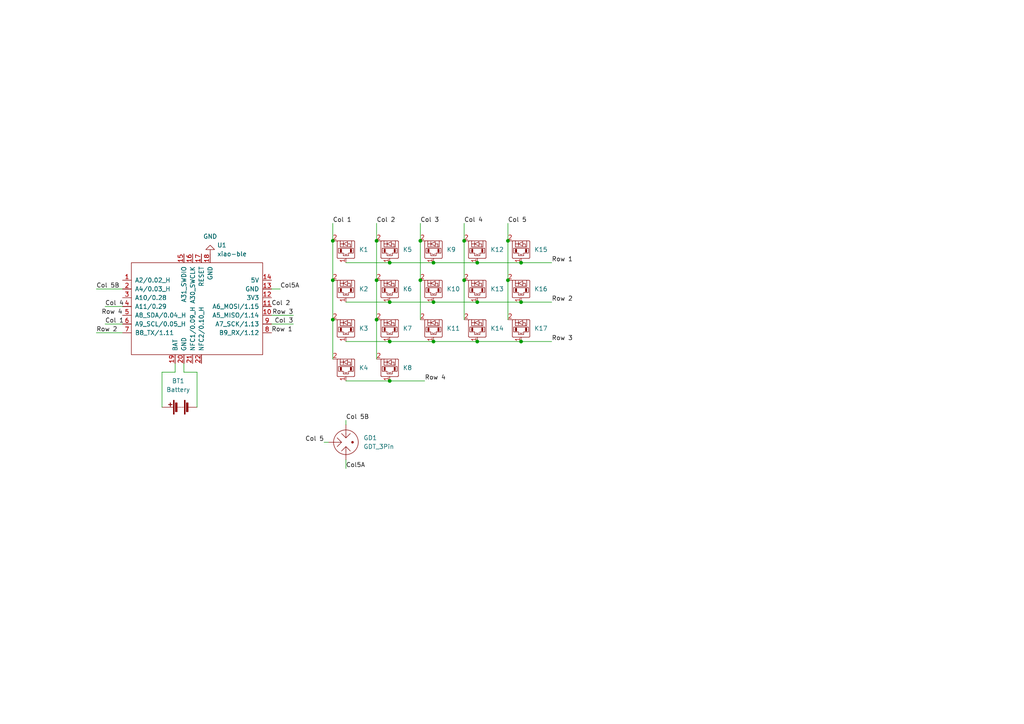
<source format=kicad_sch>
(kicad_sch (version 20211123) (generator eeschema)
  (paper "A4")
  (lib_symbols
    (symbol "Device:Battery" (pin_numbers hide) (pin_names (offset 0) hide)
      (property "Reference" "BT" (at 2.54 2.54 0))
      (property "Value" "Battery" (at 2.54 0 0))
      (symbol "Battery_0_1"
        (rectangle (start -2.032 -1.397) (end 2.032 -1.651) (fill (type outline)))
        (rectangle (start -2.032 1.778) (end 2.032 1.524) (fill (type outline)))
        (rectangle (start -1.3208 -1.9812) (end 1.27 -2.4892) (fill (type outline)))
        (rectangle (start -1.3208 1.1938) (end 1.27 0.6858) (fill (type outline)))
        (polyline (pts (xy 0 -1.524) (xy 0 -1.27)))
        (polyline (pts (xy 0 -1.016) (xy 0 -0.762)))
        (polyline (pts (xy 0 -0.508) (xy 0 -0.254)))
        (polyline (pts (xy 0 0) (xy 0 0.254)))
        (polyline (pts (xy 0 0.508) (xy 0 0.762)))
        (polyline (pts (xy 0 1.778) (xy 0 2.54)))
        (polyline (pts (xy 0.254 2.667) (xy 1.27 2.667)) (stroke (width 0.254)))
        (polyline (pts (xy 0.762 3.175) (xy 0.762 2.159)) (stroke (width 0.254)))
      )
      (symbol "Battery_1_1"
        (pin passive line (at 0 5.08 270) (length 2.54) (name "+") (number "1"))
        (pin passive line (at 0 -5.08 90) (length 2.54) (name "-") (number "2"))
      )
    )
    (symbol "Device:GDT_3Pin" (pin_numbers hide)
      (property "Reference" "GD" (at 5.08 0 90))
      (property "Value" "GDT_3Pin" (at 7.62 0 90))
      (symbol "GDT_3Pin_0_1"
        (polyline (pts (xy -2.54 0) (xy -1.27 0)))
        (polyline (pts (xy 0 -2.54) (xy 0 -1.27)))
        (polyline (pts (xy 0 -1.27) (xy -1.27 -2.54)))
        (polyline (pts (xy 0 -1.27) (xy 1.27 -2.54)))
        (polyline (pts (xy 0 1.27) (xy -1.27 2.54)))
        (polyline (pts (xy 0 1.27) (xy 1.27 2.54)))
        (polyline (pts (xy 0 2.54) (xy 0 1.27)))
        (polyline (pts (xy -2.54 1.27) (xy -1.27 0) (xy -2.54 -1.27)))
        (circle (center 0 0) (radius 3.5814))
        (circle (center 1.905 0) (radius 0.127))
        (circle (center 1.905 0) (radius 0.127))
        (circle (center 1.905 0) (radius 0.2794))
        (circle (center 2.032 0) (radius 0.127))
      )
      (symbol "GDT_3Pin_1_1"
        (pin passive line (at 0 -5.08 90) (length 2.54) (name "~") (number "1"))
        (pin passive line (at -5.08 0 0) (length 2.54) (name "~") (number "2"))
        (pin passive line (at 0 5.08 270) (length 2.54) (name "~") (number "3"))
      )
    )
    (symbol "kleeb-mcu:xiao-ble" (pin_names (offset 1.016))
      (property "Reference" "U" (at -17.78 16.51 0))
      (property "Value" "xiao-ble" (at -15.24 13.97 0))
      (symbol "xiao-ble_0_1"
        (rectangle (start -19.05 12.7) (end 19.05 -13.97))
      )
      (symbol "xiao-ble_1_1"
        (pin bidirectional line (at -21.59 7.62 0) (length 2.54) (name "A2/0.02_H") (number "1"))
        (pin bidirectional line (at 21.59 -2.54 180) (length 2.54) (name "A5_MISO/1.14") (number "10"))
        (pin bidirectional line (at 21.59 0 180) (length 2.54) (name "A6_MOSI/1.15") (number "11"))
        (pin power_out line (at 21.59 2.54 180) (length 2.54) (name "3V3") (number "12"))
        (pin power_out line (at 21.59 5.08 180) (length 2.54) (name "GND") (number "13"))
        (pin power_out line (at 21.59 7.62 180) (length 2.54) (name "5V") (number "14"))
        (pin input line (at -3.81 15.24 270) (length 2.54) (name "A31_SWDIO") (number "15"))
        (pin input line (at -1.27 15.24 270) (length 2.54) (name "A30_SWCLK") (number "16"))
        (pin input line (at 1.27 15.24 270) (length 2.54) (name "RESET") (number "17"))
        (pin power_out line (at 3.81 15.24 270) (length 2.54) (name "GND") (number "18"))
        (pin bidirectional line (at -6.35 -16.51 90) (length 2.54) (name "BAT") (number "19"))
        (pin bidirectional line (at -21.59 5.08 0) (length 2.54) (name "A4/0.03_H") (number "2"))
        (pin power_out line (at -3.81 -16.51 90) (length 2.54) (name "GND") (number "20"))
        (pin bidirectional line (at -1.27 -16.51 90) (length 2.54) (name "NFC1/0.09_H") (number "21"))
        (pin bidirectional line (at 1.27 -16.51 90) (length 2.54) (name "NFC2/0.10_H") (number "22"))
        (pin bidirectional line (at -21.59 2.54 0) (length 2.54) (name "A10/0.28") (number "3"))
        (pin bidirectional line (at -21.59 0 0) (length 2.54) (name "A11/0.29") (number "4"))
        (pin bidirectional line (at -21.59 -2.54 0) (length 2.54) (name "A8_SDA/0.04_H") (number "5"))
        (pin bidirectional line (at -21.59 -5.08 0) (length 2.54) (name "A9_SCL/0.05_H") (number "6"))
        (pin bidirectional line (at -21.59 -7.62 0) (length 2.54) (name "B8_TX/1.11") (number "7"))
        (pin bidirectional line (at 21.59 -7.62 180) (length 2.54) (name "B9_RX/1.12") (number "8"))
        (pin bidirectional line (at 21.59 -5.08 180) (length 2.54) (name "A7_SCK/1.13") (number "9"))
      )
    )
    (symbol "kleeb-switch:diode-choc" (pin_names (offset 1.016))
      (property "Reference" "K" (at 0 3.81 0))
      (symbol "diode-choc_0_1"
        (arc (start -2.54 -2.286) (mid -2.4656 -2.4656) (end -2.286 -2.54))
        (arc (start -2.286 2.54) (mid -2.4656 2.4656) (end -2.54 2.286))
        (rectangle (start -1.651 0.127) (end -1.27 -0.762) (fill (type outline)))
        (arc (start -0.381 -1.27) (mid 0 -1.4739) (end 0.381 -1.27))
        (polyline (pts (xy -2.54 2.286) (xy -2.54 -2.286)))
        (polyline (pts (xy -2.286 -2.54) (xy 2.286 -2.54)))
        (polyline (pts (xy -2.286 2.54) (xy 2.286 2.54)))
        (polyline (pts (xy -1.651 1.651) (xy -0.762 1.651)))
        (polyline (pts (xy -0.762 2.286) (xy -0.762 1.016)))
        (polyline (pts (xy 2.54 -2.286) (xy 2.54 2.286)))
        (polyline (pts (xy 0.508 1.651) (xy 1.27 1.651) (xy 1.27 0.762)))
        (polyline (pts (xy -1.651 2.54) (xy -1.651 0.762) (xy 1.651 0.762) (xy 1.651 2.54)))
        (polyline (pts (xy -0.762 1.651) (xy 0.508 2.286) (xy 0.508 1.016) (xy -0.762 1.651)))
        (polyline (pts (xy -2.159 0.381) (xy -2.159 -1.016) (xy -0.762 -1.016) (xy -0.762 -1.778) (xy 0.762 -1.778) (xy 0.762 -1.016) (xy 2.159 -1.016) (xy 2.159 0.381) (xy -2.159 0.381)))
        (arc (start 2.286 -2.54) (mid 2.4656 -2.4656) (end 2.54 -2.286))
        (arc (start 2.54 2.286) (mid 2.4656 2.4656) (end 2.286 2.54))
      )
      (symbol "diode-choc_1_1"
        (rectangle (start 1.27 0.127) (end 1.651 -0.762) (fill (type outline)))
        (pin input line (at 0 -3.81 90) (length 1.27) (name "~") (number "1"))
        (pin output line (at -3.81 2.54 0) (length 1.27) (name "~") (number "2"))
      )
    )
    (symbol "power:GND" (power) (pin_names (offset 0))
      (property "Value" "GND" (at 0 -3.81 0))
      (symbol "GND_0_1"
        (polyline (pts (xy 0 0) (xy 0 -1.27) (xy 1.27 -1.27) (xy 0 -2.54) (xy -1.27 -1.27) (xy 0 -1.27)))
      )
      (symbol "GND_1_1"
        (pin power_in line (at 0 0 270) (length 0) hide (name "GND") (number "1"))
      )
    )
  )
  (junction (at 151.13 99.06))
  (junction (at 125.73 76.2))
  (junction (at 138.43 99.06))
  (junction (at 109.22 92.71))
  (junction (at 134.62 81.28))
  (junction (at 125.73 99.06))
  (junction (at 151.13 76.2))
  (junction (at 96.52 69.85))
  (junction (at 109.22 69.85))
  (junction (at 147.32 81.28))
  (junction (at 121.92 81.28))
  (junction (at 151.13 87.63))
  (junction (at 138.43 76.2))
  (junction (at 147.32 69.85))
  (junction (at 96.52 92.71))
  (junction (at 125.73 87.63))
  (junction (at 134.62 69.85))
  (junction (at 113.03 99.06))
  (junction (at 121.92 69.85))
  (junction (at 113.03 110.49))
  (junction (at 96.52 81.28))
  (junction (at 138.43 87.63))
  (junction (at 109.22 81.28))
  (junction (at 113.03 76.2))
  (junction (at 113.03 87.63))
  (wire (pts (xy 147.32 81.28) (xy 147.32 92.71)))
  (wire (pts (xy 27.94 96.52) (xy 35.56 96.52)))
  (wire (pts (xy 151.13 87.63) (xy 160.02 87.63)))
  (wire (pts (xy 50.8 105.41) (xy 50.8 107.95)))
  (wire (pts (xy 121.92 81.28) (xy 121.92 92.71)))
  (wire (pts (xy 57.15 107.95) (xy 57.15 118.11)))
  (wire (pts (xy 121.92 69.85) (xy 121.92 81.28)))
  (wire (pts (xy 96.52 69.85) (xy 96.52 81.28)))
  (wire (pts (xy 113.03 87.63) (xy 125.73 87.63)))
  (wire (pts (xy 147.32 64.77) (xy 147.32 69.85)))
  (wire (pts (xy 125.73 87.63) (xy 138.43 87.63)))
  (wire (pts (xy 96.52 81.28) (xy 96.52 92.71)))
  (wire (pts (xy 109.22 64.77) (xy 109.22 69.85)))
  (wire (pts (xy 151.13 76.2) (xy 160.02 76.2)))
  (wire (pts (xy 138.43 76.2) (xy 151.13 76.2)))
  (wire (pts (xy 134.62 64.77) (xy 134.62 69.85)))
  (wire (pts (xy 30.48 93.98) (xy 35.56 93.98)))
  (wire (pts (xy 134.62 81.28) (xy 134.62 92.71)))
  (wire (pts (xy 96.52 92.71) (xy 96.52 104.14)))
  (wire (pts (xy 113.03 110.49) (xy 123.19 110.49)))
  (wire (pts (xy 100.33 135.89) (xy 100.33 133.35)))
  (wire (pts (xy 100.33 121.92) (xy 100.33 123.19)))
  (wire (pts (xy 109.22 69.85) (xy 109.22 81.28)))
  (wire (pts (xy 113.03 99.06) (xy 125.73 99.06)))
  (wire (pts (xy 50.8 107.95) (xy 46.99 107.95)))
  (wire (pts (xy 53.34 107.95) (xy 57.15 107.95)))
  (wire (pts (xy 93.98 128.27) (xy 95.25 128.27)))
  (wire (pts (xy 81.28 83.82) (xy 78.74 83.82)))
  (wire (pts (xy 138.43 87.63) (xy 151.13 87.63)))
  (wire (pts (xy 125.73 76.2) (xy 138.43 76.2)))
  (wire (pts (xy 113.03 76.2) (xy 125.73 76.2)))
  (wire (pts (xy 30.48 88.9) (xy 35.56 88.9)))
  (wire (pts (xy 138.43 99.06) (xy 151.13 99.06)))
  (wire (pts (xy 46.99 107.95) (xy 46.99 118.11)))
  (wire (pts (xy 147.32 69.85) (xy 147.32 81.28)))
  (wire (pts (xy 100.33 76.2) (xy 113.03 76.2)))
  (wire (pts (xy 151.13 99.06) (xy 160.02 99.06)))
  (wire (pts (xy 100.33 110.49) (xy 113.03 110.49)))
  (wire (pts (xy 85.09 93.98) (xy 78.74 93.98)))
  (wire (pts (xy 134.62 69.85) (xy 134.62 81.28)))
  (wire (pts (xy 85.09 91.44) (xy 78.74 91.44)))
  (wire (pts (xy 53.34 105.41) (xy 53.34 107.95)))
  (wire (pts (xy 121.92 64.77) (xy 121.92 69.85)))
  (wire (pts (xy 100.33 87.63) (xy 113.03 87.63)))
  (wire (pts (xy 27.94 83.82) (xy 35.56 83.82)))
  (wire (pts (xy 109.22 92.71) (xy 109.22 104.14)))
  (wire (pts (xy 125.73 99.06) (xy 138.43 99.06)))
  (wire (pts (xy 100.33 99.06) (xy 113.03 99.06)))
  (wire (pts (xy 109.22 81.28) (xy 109.22 92.71)))
  (wire (pts (xy 96.52 64.77) (xy 96.52 69.85)))
  (label "Col 1" (at 30.48 93.98 0))
  (label "Col 2" (at 78.74 88.9 0))
  (label "Row 1" (at 78.74 96.52 0))
  (label "Row 4" (at 35.56 91.44 180))
  (label "Row 3" (at 85.09 91.44 180))
  (label "Row 4" (at 123.19 110.49 0))
  (label "Col 1" (at 96.52 64.77 0))
  (label "Col 5B" (at 100.33 121.92 0))
  (label "Col 5B" (at 27.94 83.82 0))
  (label "Col5A" (at 100.33 135.89 0))
  (label "Col 5" (at 147.32 64.77 0))
  (label "Col 3" (at 85.09 93.98 180))
  (label "Col 2" (at 109.22 64.77 0))
  (label "Row 2" (at 160.02 87.63 0))
  (label "Col 5" (at 93.98 128.27 180))
  (label "Col 3" (at 121.92 64.77 0))
  (label "Row 1" (at 160.02 76.2 0))
  (label "Col 4" (at 30.48 88.9 0))
  (label "Row 3" (at 160.02 99.06 0))
  (label "Col5A" (at 81.28 83.82 0))
  (label "Col 4" (at 134.62 64.77 0))
  (label "Row 2" (at 27.94 96.52 0))
  (symbol (lib_id "kleeb-switch:diode-choc") (at 138.43 83.82 0) (unit 1)
    (property "Reference" "K13" (at 142.24 83.8199 0) (effects (justify left)))
    (property "Value" "diode-choc" (effects hide))
    (property "Footprint" "kleeb-pg1350:pg1350-DR" (effects hide))
  )
  (symbol (lib_id "kleeb-switch:diode-choc") (at 125.73 72.39 0) (unit 1)
    (property "Reference" "K9" (at 129.54 72.3899 0) (effects (justify left)))
    (property "Value" "diode-choc" (effects hide))
    (property "Footprint" "kleeb-pg1350:pg1350-DR" (effects hide))
  )
  (symbol (lib_id "kleeb-switch:diode-choc") (at 151.13 95.25 0) (unit 1)
    (property "Reference" "K17" (at 154.94 95.2499 0) (effects (justify left)))
    (property "Value" "diode-choc" (effects hide))
    (property "Footprint" "kleeb-pg1350:pg1350-DR" (effects hide))
  )
  (symbol (lib_id "kleeb-switch:diode-choc") (at 138.43 72.39 0) (unit 1)
    (property "Reference" "K12" (at 142.24 72.3899 0) (effects (justify left)))
    (property "Value" "diode-choc" (effects hide))
    (property "Footprint" "kleeb-pg1350:pg1350-DR" (effects hide))
  )
  (symbol (lib_id "kleeb-switch:diode-choc") (at 113.03 106.68 0) (unit 1)
    (property "Reference" "K8" (at 116.84 106.6799 0) (effects (justify left)))
    (property "Value" "diode-choc" (effects hide))
    (property "Footprint" "kleeb-pg1350:pg1350-DR" (effects hide))
  )
  (symbol (lib_id "kleeb-switch:diode-choc") (at 100.33 83.82 0) (unit 1)
    (property "Reference" "K2" (at 104.14 83.8199 0) (effects (justify left)))
    (property "Value" "diode-choc" (effects hide))
    (property "Footprint" "kleeb-pg1350:pg1350-DR" (effects hide))
  )
  (symbol (lib_id "kleeb-switch:diode-choc") (at 100.33 72.39 0) (unit 1)
    (property "Reference" "K1" (at 104.14 72.3899 0) (effects (justify left)))
    (property "Value" "diode-choc" (effects hide))
    (property "Footprint" "kleeb-pg1350:pg1350-DR" (effects hide))
  )
  (symbol (lib_id "kleeb-switch:diode-choc") (at 125.73 95.25 0) (unit 1)
    (property "Reference" "K11" (at 129.54 95.2499 0) (effects (justify left)))
    (property "Value" "diode-choc" (effects hide))
    (property "Footprint" "kleeb-pg1350:pg1350-DR" (effects hide))
  )
  (symbol (lib_id "Device:Battery") (at 52.07 118.11 90) (unit 1)
    (property "Reference" "BT1" (at 51.689 110.49 90))
    (property "Value" "Battery" (at 51.689 113.03 90))
    (property "Footprint" "Connector_JST:JST_EH_B2B-EH-A_1x02_P2.50mm_Vertical" (effects hide))
  )
  (symbol (lib_id "Device:GDT_3Pin") (at 100.33 128.27 0) (unit 1)
    (property "Reference" "GD1" (at 105.41 126.9999 0) (effects (justify left)))
    (property "Value" "GDT_3Pin" (at 105.41 129.5399 0) (effects (justify left)))
    (property "Footprint" "Connector_PinHeader_1.00mm:PinHeader_1x03_P1.00mm_Vertical" (effects hide))
  )
  (symbol (lib_id "kleeb-switch:diode-choc") (at 113.03 95.25 0) (unit 1)
    (property "Reference" "K7" (at 116.84 95.2499 0) (effects (justify left)))
    (property "Value" "diode-choc" (effects hide))
    (property "Footprint" "kleeb-pg1350:pg1350-DR" (effects hide))
  )
  (symbol (lib_id "kleeb-switch:diode-choc") (at 151.13 72.39 0) (unit 1)
    (property "Reference" "K15" (at 154.94 72.3899 0) (effects (justify left)))
    (property "Value" "diode-choc" (effects hide))
    (property "Footprint" "kleeb-pg1350:pg1350-DR" (effects hide))
  )
  (symbol (lib_id "kleeb-switch:diode-choc") (at 113.03 72.39 0) (unit 1)
    (property "Reference" "K5" (at 116.84 72.3899 0) (effects (justify left)))
    (property "Value" "diode-choc" (effects hide))
    (property "Footprint" "kleeb-pg1350:pg1350-DR" (effects hide))
  )
  (symbol (lib_id "power:GND") (at 60.96 73.66 180) (unit 1)
    (property "Reference" "#PWR01" (effects hide))
    (property "Value" "GND" (at 60.96 68.58 0))
  )
  (symbol (lib_id "kleeb-switch:diode-choc") (at 100.33 95.25 0) (unit 1)
    (property "Reference" "K3" (at 104.14 95.2499 0) (effects (justify left)))
    (property "Value" "diode-choc" (effects hide))
    (property "Footprint" "kleeb-pg1350:pg1350-DR" (effects hide))
  )
  (symbol (lib_id "kleeb-switch:diode-choc") (at 125.73 83.82 0) (unit 1)
    (property "Reference" "K10" (at 129.54 83.8199 0) (effects (justify left)))
    (property "Value" "diode-choc" (effects hide))
    (property "Footprint" "kleeb-pg1350:pg1350-DR" (effects hide))
  )
  (symbol (lib_id "kleeb-mcu:xiao-ble") (at 57.15 88.9 0) (unit 1)
    (property "Reference" "U1" (at 62.9794 71.12 0) (effects (justify left)))
    (property "Value" "xiao-ble" (at 62.9794 73.66 0) (effects (justify left)))
    (property "Footprint" "kleeb-mcu:xiao-ble-tht" (effects hide))
  )
  (symbol (lib_id "kleeb-switch:diode-choc") (at 151.13 83.82 0) (unit 1)
    (property "Reference" "K16" (at 154.94 83.8199 0) (effects (justify left)))
    (property "Value" "diode-choc" (effects hide))
    (property "Footprint" "kleeb-pg1350:pg1350-DR" (effects hide))
  )
  (symbol (lib_id "kleeb-switch:diode-choc") (at 100.33 106.68 0) (unit 1)
    (property "Reference" "K4" (at 104.14 106.6799 0) (effects (justify left)))
    (property "Value" "diode-choc" (effects hide))
    (property "Footprint" "kleeb-pg1350:pg1350-DR" (effects hide))
  )
  (symbol (lib_id "kleeb-switch:diode-choc") (at 138.43 95.25 0) (unit 1)
    (property "Reference" "K14" (at 142.24 95.2499 0) (effects (justify left)))
    (property "Value" "diode-choc" (effects hide))
    (property "Footprint" "kleeb-pg1350:pg1350-DR" (effects hide))
  )
  (symbol (lib_id "kleeb-switch:diode-choc") (at 113.03 83.82 0) (unit 1)
    (property "Reference" "K6" (at 116.84 83.8199 0) (effects (justify left)))
    (property "Value" "diode-choc" (effects hide))
    (property "Footprint" "kleeb-pg1350:pg1350-DR" (effects hide))
  )
)
</source>
